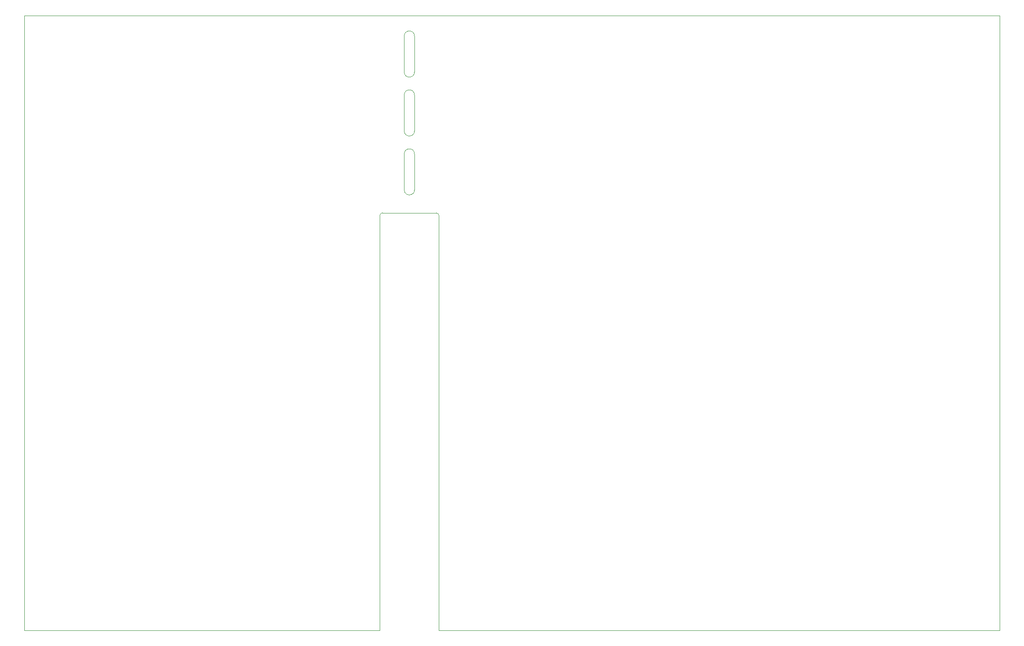
<source format=gbr>
G04 #@! TF.GenerationSoftware,KiCad,Pcbnew,5.1.5+dfsg1-2~bpo10+1*
G04 #@! TF.CreationDate,2020-02-04T21:03:18+01:00*
G04 #@! TF.ProjectId,RF-AMP-VHF_V1,52462d41-4d50-42d5-9648-465f56312e6b,A*
G04 #@! TF.SameCoordinates,Original*
G04 #@! TF.FileFunction,Profile,NP*
%FSLAX46Y46*%
G04 Gerber Fmt 4.6, Leading zero omitted, Abs format (unit mm)*
G04 Created by KiCad (PCBNEW 5.1.5+dfsg1-2~bpo10+1) date 2020-02-04 21:03:18*
%MOMM*%
%LPD*%
G04 APERTURE LIST*
%ADD10C,0.050000*%
G04 APERTURE END LIST*
D10*
X115250000Y-78500000D02*
G75*
G02X115750000Y-79000000I0J-500000D01*
G01*
X104250000Y-79000000D02*
G75*
G02X104750000Y-78500000I500000J0D01*
G01*
X109000000Y-44000000D02*
X109000000Y-51000000D01*
X111000000Y-51000000D02*
G75*
G02X109000000Y-51000000I-1000000J0D01*
G01*
X109000000Y-44000000D02*
G75*
G02X111000000Y-44000000I1000000J0D01*
G01*
X111000000Y-44000000D02*
X111000000Y-51000000D01*
X111000000Y-62500000D02*
G75*
G02X109000000Y-62500000I-1000000J0D01*
G01*
X109000000Y-55500000D02*
X109000000Y-62500000D01*
X111000000Y-55500000D02*
X111000000Y-62500000D01*
X109000000Y-55500000D02*
G75*
G02X111000000Y-55500000I1000000J0D01*
G01*
X109000000Y-67000000D02*
G75*
G02X111000000Y-67000000I1000000J0D01*
G01*
X111000000Y-74000000D02*
G75*
G02X109000000Y-74000000I-1000000J0D01*
G01*
X111000000Y-67000000D02*
X111000000Y-74000000D01*
X109000000Y-67000000D02*
X109000000Y-74000000D01*
X115750000Y-79000000D02*
X115750000Y-160000000D01*
X104750000Y-78500000D02*
X115250000Y-78500000D01*
X104250000Y-160000000D02*
X104250000Y-79000000D01*
X115750000Y-160000000D02*
X225000000Y-160000000D01*
X225000000Y-40000000D02*
X35000000Y-40000000D01*
X225000000Y-160000000D02*
X225000000Y-40000000D01*
X35000000Y-160000000D02*
X104250000Y-160000000D01*
X35000000Y-40000000D02*
X35000000Y-160000000D01*
M02*

</source>
